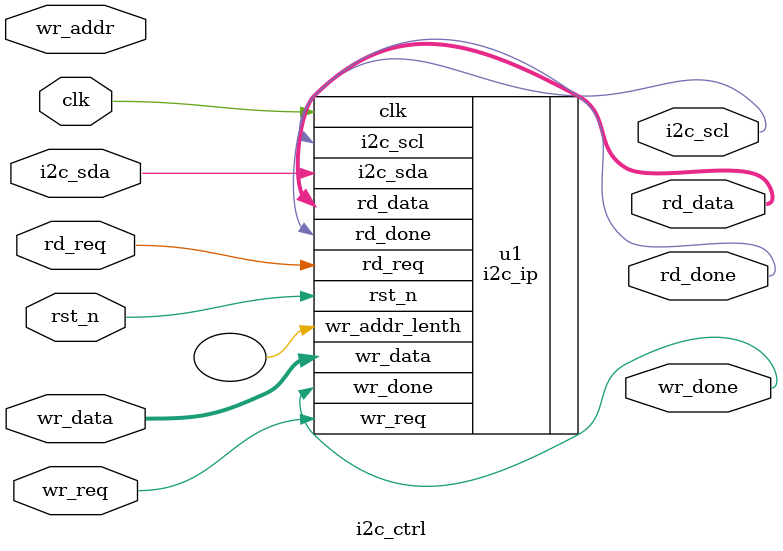
<source format=v>
module i2c_ctrl(
    input clk,
    input rst_n,

    //控制信号
    input rd_req,
    input wr_req,
    input [7:0]wr_data,
    input [7:0]wr_addr,
    output [7:0]rd_data,
    output rd_done,
    output wr_done,

    output i2c_scl,
    inout i2c_sda
);

i2c_ip u1(
.clk(clk),//系统时钟
.rst_n(rst_n),//复位,低有效

.wr_req(wr_req),//写请求
.rd_req(rd_req),//读请求
.wr_addr_lenth(),//写地址长度
.wr_data(wr_data),//写数据
//.wr_addr(wr_addr),//写地址
.rd_data(rd_data),//读数据
.rd_done(rd_done),//读完成
.wr_done(wr_done),//写完成

.i2c_scl(i2c_scl),//I2C 时钟
.i2c_sda(i2c_sda) //I2C 数据
);

endmodule
</source>
